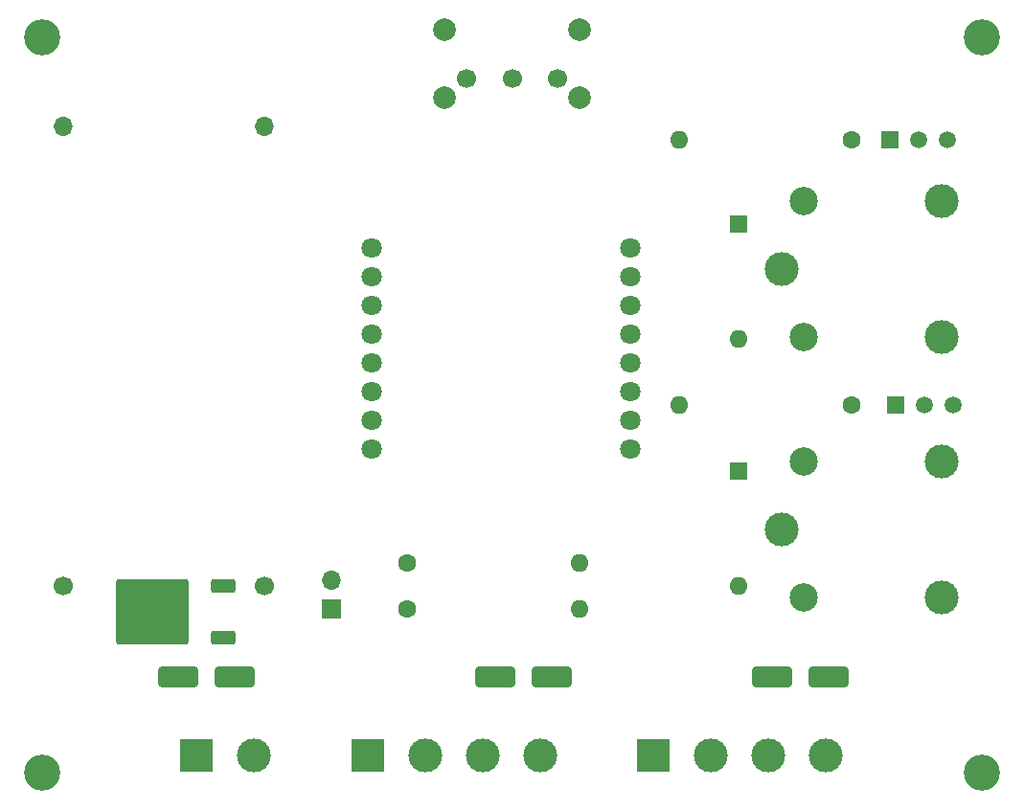
<source format=gbr>
%TF.GenerationSoftware,KiCad,Pcbnew,7.0.11-7.0.11~ubuntu22.04.1*%
%TF.CreationDate,2024-05-31T21:02:20-04:00*%
%TF.ProjectId,GarageDoor,47617261-6765-4446-9f6f-722e6b696361,rev?*%
%TF.SameCoordinates,Original*%
%TF.FileFunction,Soldermask,Bot*%
%TF.FilePolarity,Negative*%
%FSLAX46Y46*%
G04 Gerber Fmt 4.6, Leading zero omitted, Abs format (unit mm)*
G04 Created by KiCad (PCBNEW 7.0.11-7.0.11~ubuntu22.04.1) date 2024-05-31 21:02:20*
%MOMM*%
%LPD*%
G01*
G04 APERTURE LIST*
G04 Aperture macros list*
%AMRoundRect*
0 Rectangle with rounded corners*
0 $1 Rounding radius*
0 $2 $3 $4 $5 $6 $7 $8 $9 X,Y pos of 4 corners*
0 Add a 4 corners polygon primitive as box body*
4,1,4,$2,$3,$4,$5,$6,$7,$8,$9,$2,$3,0*
0 Add four circle primitives for the rounded corners*
1,1,$1+$1,$2,$3*
1,1,$1+$1,$4,$5*
1,1,$1+$1,$6,$7*
1,1,$1+$1,$8,$9*
0 Add four rect primitives between the rounded corners*
20,1,$1+$1,$2,$3,$4,$5,0*
20,1,$1+$1,$4,$5,$6,$7,0*
20,1,$1+$1,$6,$7,$8,$9,0*
20,1,$1+$1,$8,$9,$2,$3,0*%
G04 Aperture macros list end*
%ADD10C,3.200000*%
%ADD11R,1.500000X1.500000*%
%ADD12C,1.500000*%
%ADD13R,1.600000X1.600000*%
%ADD14O,1.600000X1.600000*%
%ADD15C,1.600000*%
%ADD16R,3.000000X3.000000*%
%ADD17C,3.000000*%
%ADD18C,2.500000*%
%ADD19O,1.700000X1.700000*%
%ADD20C,1.700000*%
%ADD21C,1.800000*%
%ADD22R,1.700000X1.700000*%
%ADD23C,2.000000*%
%ADD24RoundRect,0.250000X-1.500000X-0.650000X1.500000X-0.650000X1.500000X0.650000X-1.500000X0.650000X0*%
%ADD25RoundRect,0.250000X0.850000X0.350000X-0.850000X0.350000X-0.850000X-0.350000X0.850000X-0.350000X0*%
%ADD26RoundRect,0.249997X2.950003X2.650003X-2.950003X2.650003X-2.950003X-2.650003X2.950003X-2.650003X0*%
%ADD27RoundRect,0.250000X1.500000X0.650000X-1.500000X0.650000X-1.500000X-0.650000X1.500000X-0.650000X0*%
G04 APERTURE END LIST*
D10*
%TO.C,H2*%
X111500000Y-92500000D03*
%TD*%
D11*
%TO.C,Q1*%
X103920000Y-60000000D03*
D12*
X106460000Y-60000000D03*
X109000000Y-60000000D03*
%TD*%
D13*
%TO.C,D1*%
X90000000Y-65840000D03*
D14*
X90000000Y-76000000D03*
%TD*%
D15*
%TO.C,R2*%
X60760000Y-74000000D03*
D14*
X76000000Y-74000000D03*
%TD*%
D15*
%TO.C,R3*%
X100000000Y-60000000D03*
D14*
X84760000Y-60000000D03*
%TD*%
D10*
%TO.C,H3*%
X28500000Y-27500000D03*
%TD*%
D16*
%TO.C,J1*%
X42090000Y-91000000D03*
D17*
X47170000Y-91000000D03*
%TD*%
%TO.C,K2*%
X93800000Y-47950000D03*
D18*
X95800000Y-53950000D03*
D17*
X108000000Y-54000000D03*
X108000000Y-41950000D03*
D18*
X95800000Y-41950000D03*
%TD*%
D16*
%TO.C,J2*%
X57220000Y-91000000D03*
D17*
X62300000Y-91000000D03*
X67380000Y-91000000D03*
X72460000Y-91000000D03*
%TD*%
D13*
%TO.C,D2*%
X90000000Y-44000000D03*
D14*
X90000000Y-54160000D03*
%TD*%
D17*
%TO.C,K1*%
X93800000Y-71000000D03*
D18*
X95800000Y-77000000D03*
D17*
X108000000Y-77050000D03*
X108000000Y-65000000D03*
D18*
X95800000Y-65000000D03*
%TD*%
D15*
%TO.C,R1*%
X60760000Y-78000000D03*
D14*
X76000000Y-78000000D03*
%TD*%
D16*
%TO.C,J3*%
X82500000Y-91000000D03*
D17*
X87580000Y-91000000D03*
X92660000Y-91000000D03*
X97740000Y-91000000D03*
%TD*%
D19*
%TO.C,U1*%
X48140000Y-35380000D03*
X30360000Y-35380000D03*
D20*
X30360000Y-76020000D03*
X48140000Y-76020000D03*
%TD*%
D21*
%TO.C,U2*%
X80430000Y-63890000D03*
X80430000Y-61350000D03*
X80430000Y-58810000D03*
X80430000Y-56270000D03*
X80430000Y-53730000D03*
X80430000Y-51190000D03*
X80430000Y-48650000D03*
X80430000Y-46110000D03*
X57570000Y-46110000D03*
X57570000Y-48650000D03*
X57570000Y-51190000D03*
X57570000Y-53730000D03*
X57570000Y-56270000D03*
X57570000Y-58810000D03*
X57570000Y-61350000D03*
X57570000Y-63890000D03*
%TD*%
D10*
%TO.C,H4*%
X28500000Y-92500000D03*
%TD*%
D11*
%TO.C,Q2*%
X103420000Y-36500000D03*
D12*
X105960000Y-36500000D03*
X108500000Y-36500000D03*
%TD*%
D10*
%TO.C,H1*%
X111500000Y-27500000D03*
%TD*%
D22*
%TO.C,JP1*%
X54000000Y-78000000D03*
D19*
X54000000Y-75460000D03*
%TD*%
D15*
%TO.C,R4*%
X100000000Y-36500000D03*
D14*
X84760000Y-36500000D03*
%TD*%
D23*
%TO.C,S1*%
X76000000Y-32840000D03*
X76000000Y-26840000D03*
X64000000Y-32840000D03*
X64000000Y-26840000D03*
D20*
X74000000Y-31090000D03*
X70000000Y-31090000D03*
X66000000Y-31090000D03*
%TD*%
D24*
%TO.C,D5*%
X93000000Y-84000000D03*
X98000000Y-84000000D03*
%TD*%
%TO.C,D4*%
X68500000Y-84000000D03*
X73500000Y-84000000D03*
%TD*%
D25*
%TO.C,Q3*%
X44500000Y-76000000D03*
D26*
X38200000Y-78280000D03*
D25*
X44500000Y-80560000D03*
%TD*%
D27*
%TO.C,D3*%
X45500000Y-84000000D03*
X40500000Y-84000000D03*
%TD*%
M02*

</source>
